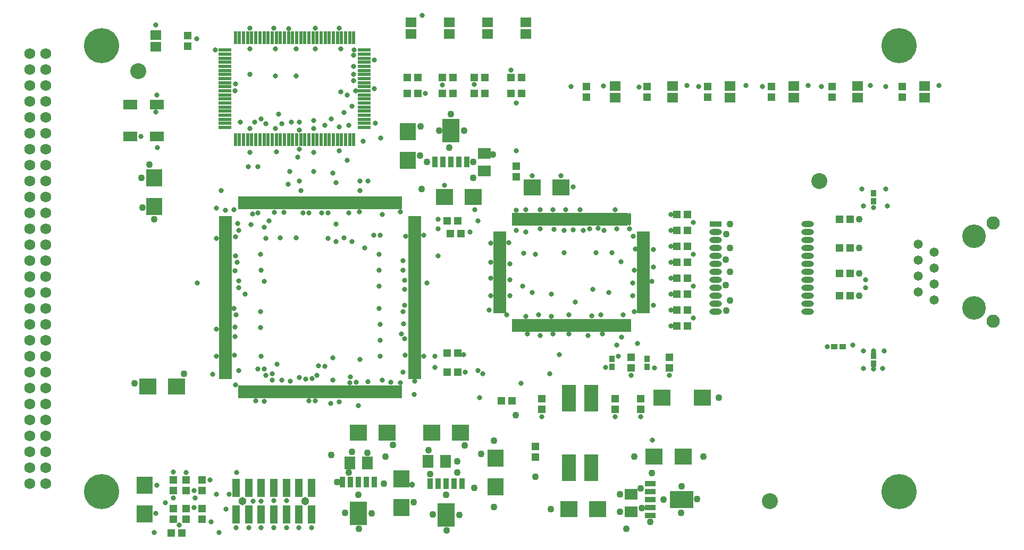
<source format=gts>
%FSLAX24Y24*%
%MOIN*%
G70*
G01*
G75*
G04 Layer_Color=8388736*
G04 Layer_Color=8388736*
%ADD10R,0.0394X0.0433*%
%ADD11R,0.0433X0.0394*%
%ADD12R,0.1024X0.0945*%
%ADD13R,0.0945X0.1024*%
%ADD14C,0.0400*%
%ADD15R,0.0728X0.0118*%
%ADD16R,0.0709X0.0157*%
%ADD17R,0.0827X0.1614*%
%ADD18R,0.0787X0.0551*%
%ADD19O,0.0700X0.0300*%
%ADD20R,0.0700X0.0300*%
%ADD21R,0.0122X0.0709*%
%ADD22R,0.0709X0.0122*%
%ADD23O,0.0122X0.0709*%
%ADD24R,0.0157X0.0709*%
%ADD25R,0.0709X0.0157*%
%ADD26R,0.0118X0.0728*%
%ADD27R,0.0728X0.0118*%
%ADD28R,0.0630X0.0512*%
%ADD29R,0.0630X0.0709*%
%ADD30R,0.0709X0.0630*%
%ADD31R,0.1000X0.1400*%
%ADD32R,0.0300X0.0600*%
%ADD33R,0.1400X0.1000*%
%ADD34R,0.0600X0.0300*%
%ADD35R,0.0276X0.0354*%
%ADD36R,0.0354X0.0276*%
%ADD37R,0.0394X0.1083*%
%ADD38C,0.0200*%
%ADD39C,0.0080*%
%ADD40C,0.0100*%
%ADD41C,0.0160*%
%ADD42C,0.0120*%
%ADD43C,0.1400*%
%ADD44C,0.0750*%
%ADD45C,0.0500*%
%ADD46C,0.1600*%
%ADD47C,0.0600*%
%ADD48C,0.0433*%
%ADD49C,0.0350*%
%ADD50C,0.0250*%
%ADD51C,0.0300*%
%ADD52C,0.0098*%
%ADD53C,0.0079*%
%ADD54C,0.0070*%
%ADD55C,0.0140*%
%ADD56R,0.0200X0.0700*%
%ADD57R,0.0200X0.0200*%
%ADD58R,0.0500X0.0200*%
%ADD59R,0.0200X0.1000*%
%ADD60R,0.0200X0.0500*%
%ADD61R,0.1575X0.0098*%
%ADD62R,0.0474X0.0513*%
%ADD63R,0.0513X0.0474*%
%ADD64R,0.1104X0.1025*%
%ADD65R,0.1025X0.1104*%
%ADD66C,0.1000*%
%ADD67R,0.0808X0.0198*%
%ADD68R,0.0789X0.0237*%
%ADD69R,0.0907X0.1694*%
%ADD70R,0.0867X0.0631*%
%ADD71O,0.0780X0.0380*%
%ADD72R,0.0780X0.0380*%
%ADD73R,0.0202X0.0789*%
%ADD74R,0.0789X0.0202*%
%ADD75O,0.0202X0.0789*%
%ADD76R,0.0237X0.0789*%
%ADD77R,0.0789X0.0237*%
%ADD78R,0.0198X0.0808*%
%ADD79R,0.0808X0.0198*%
%ADD80R,0.0710X0.0592*%
%ADD81R,0.0710X0.0789*%
%ADD82R,0.0789X0.0710*%
%ADD83R,0.1080X0.1480*%
%ADD84R,0.0380X0.0680*%
%ADD85R,0.1480X0.1080*%
%ADD86R,0.0680X0.0380*%
%ADD87R,0.0356X0.0434*%
%ADD88R,0.0434X0.0356*%
%ADD89R,0.0474X0.1163*%
%ADD90C,0.1480*%
%ADD91C,0.0830*%
%ADD92C,0.0580*%
%ADD93C,0.2200*%
%ADD94C,0.0680*%
%ADD95C,0.0513*%
%ADD96C,0.0430*%
%ADD97C,0.0330*%
%ADD98C,0.0380*%
D62*
X50200Y36335D02*
D03*
Y35665D02*
D03*
X28400Y61465D02*
D03*
Y62135D02*
D03*
X53400Y58265D02*
D03*
Y58935D02*
D03*
X57200Y58265D02*
D03*
Y58935D02*
D03*
X61000Y58265D02*
D03*
Y58935D02*
D03*
X65000Y58265D02*
D03*
Y58935D02*
D03*
X68800Y58265D02*
D03*
Y58935D02*
D03*
X73200Y58265D02*
D03*
Y58935D02*
D03*
X27500Y34235D02*
D03*
Y33565D02*
D03*
X56800Y38665D02*
D03*
Y39335D02*
D03*
X50600Y39335D02*
D03*
Y38665D02*
D03*
X55200Y39335D02*
D03*
Y38665D02*
D03*
X56200Y41935D02*
D03*
Y41265D02*
D03*
X58600Y41265D02*
D03*
Y41935D02*
D03*
X29300Y31765D02*
D03*
Y32435D02*
D03*
X27500Y31765D02*
D03*
Y32435D02*
D03*
X28300Y31765D02*
D03*
Y32435D02*
D03*
X49000Y53265D02*
D03*
Y53935D02*
D03*
X28300Y34235D02*
D03*
Y33565D02*
D03*
X29300D02*
D03*
Y34235D02*
D03*
D63*
X48065Y39200D02*
D03*
X48735D02*
D03*
X45335Y50500D02*
D03*
X44665D02*
D03*
X44865Y49700D02*
D03*
X45535D02*
D03*
X45335Y42200D02*
D03*
X44665D02*
D03*
X44665Y41000D02*
D03*
X45335D02*
D03*
X59735Y44900D02*
D03*
X59065D02*
D03*
X59735Y43900D02*
D03*
X59065D02*
D03*
X59735Y45900D02*
D03*
X59065D02*
D03*
X59735Y46900D02*
D03*
X59065D02*
D03*
X59735Y47900D02*
D03*
X59065D02*
D03*
X59735Y48900D02*
D03*
X59065D02*
D03*
X59735Y49900D02*
D03*
X59065D02*
D03*
X59735Y50900D02*
D03*
X59065D02*
D03*
X69935Y45800D02*
D03*
X69265D02*
D03*
X69935Y47200D02*
D03*
X69265D02*
D03*
X69935Y48800D02*
D03*
X69265D02*
D03*
X69935Y50600D02*
D03*
X69265D02*
D03*
X42835Y59500D02*
D03*
X42165D02*
D03*
X49335Y58500D02*
D03*
X48665D02*
D03*
X47035D02*
D03*
X46365D02*
D03*
X45035D02*
D03*
X44365D02*
D03*
X42835D02*
D03*
X42165D02*
D03*
X49335Y59500D02*
D03*
X48665D02*
D03*
X47035D02*
D03*
X46365D02*
D03*
X45035D02*
D03*
X44365D02*
D03*
X27365Y30900D02*
D03*
X28035D02*
D03*
D64*
X45506Y37200D02*
D03*
X43694D02*
D03*
X52294Y32400D02*
D03*
X54106D02*
D03*
X59457Y35709D02*
D03*
X57646D02*
D03*
X40906Y37200D02*
D03*
X39094D02*
D03*
X44494Y52000D02*
D03*
X46306D02*
D03*
X25894Y40100D02*
D03*
X27706D02*
D03*
X58140Y39400D02*
D03*
X60660D02*
D03*
X49994Y52600D02*
D03*
X51806D02*
D03*
D65*
X47700Y35606D02*
D03*
Y33794D02*
D03*
X41800Y32494D02*
D03*
Y34306D02*
D03*
X42200Y56106D02*
D03*
Y54294D02*
D03*
X26300Y51394D02*
D03*
Y53206D02*
D03*
X25700Y32094D02*
D03*
Y33906D02*
D03*
D66*
X64900Y32900D02*
D03*
X25300Y59900D02*
D03*
X68000Y53000D02*
D03*
D67*
X42635Y48357D02*
D03*
Y50720D02*
D03*
X30765Y46192D02*
D03*
X42635Y40680D02*
D03*
Y40877D02*
D03*
Y41074D02*
D03*
Y41271D02*
D03*
Y41468D02*
D03*
Y41665D02*
D03*
Y41861D02*
D03*
Y42058D02*
D03*
Y42255D02*
D03*
Y42452D02*
D03*
Y42649D02*
D03*
Y42846D02*
D03*
Y43043D02*
D03*
Y43239D02*
D03*
Y43436D02*
D03*
Y43633D02*
D03*
Y43830D02*
D03*
Y44027D02*
D03*
Y44224D02*
D03*
Y44420D02*
D03*
Y44617D02*
D03*
Y44814D02*
D03*
Y45011D02*
D03*
Y45208D02*
D03*
Y45602D02*
D03*
Y45798D02*
D03*
Y45995D02*
D03*
Y46192D02*
D03*
Y46389D02*
D03*
Y46783D02*
D03*
Y46980D02*
D03*
Y47176D02*
D03*
Y47373D02*
D03*
Y47570D02*
D03*
Y47767D02*
D03*
Y47964D02*
D03*
Y48161D02*
D03*
Y48554D02*
D03*
Y48751D02*
D03*
Y48948D02*
D03*
Y49145D02*
D03*
Y49342D02*
D03*
Y49539D02*
D03*
Y49735D02*
D03*
Y49932D02*
D03*
Y50129D02*
D03*
Y50326D02*
D03*
X30765Y40877D02*
D03*
Y41074D02*
D03*
Y41861D02*
D03*
Y42058D02*
D03*
Y43239D02*
D03*
Y43633D02*
D03*
Y43830D02*
D03*
Y44617D02*
D03*
Y45011D02*
D03*
Y45995D02*
D03*
Y46389D02*
D03*
Y46586D02*
D03*
Y46783D02*
D03*
Y46980D02*
D03*
Y47176D02*
D03*
Y47373D02*
D03*
Y47570D02*
D03*
Y47767D02*
D03*
Y47964D02*
D03*
Y48161D02*
D03*
Y48357D02*
D03*
Y48554D02*
D03*
Y48751D02*
D03*
Y48948D02*
D03*
Y49145D02*
D03*
Y49342D02*
D03*
Y49539D02*
D03*
Y49735D02*
D03*
Y49932D02*
D03*
Y50720D02*
D03*
X42635Y46586D02*
D03*
Y45405D02*
D03*
X30765D02*
D03*
Y45208D02*
D03*
Y44814D02*
D03*
Y44420D02*
D03*
Y44224D02*
D03*
Y44027D02*
D03*
Y43436D02*
D03*
Y43043D02*
D03*
Y42846D02*
D03*
Y42649D02*
D03*
Y42452D02*
D03*
Y42255D02*
D03*
Y41665D02*
D03*
Y41468D02*
D03*
Y41271D02*
D03*
Y50326D02*
D03*
Y40680D02*
D03*
Y50523D02*
D03*
Y50129D02*
D03*
X42635Y50523D02*
D03*
D68*
X30728Y60975D02*
D03*
D69*
X52291Y35015D02*
D03*
X53709D02*
D03*
X52291Y39385D02*
D03*
X53709D02*
D03*
D70*
X24800Y57800D02*
D03*
Y55800D02*
D03*
X26454D02*
D03*
Y57800D02*
D03*
D71*
X67250Y44800D02*
D03*
Y45300D02*
D03*
Y45800D02*
D03*
Y46300D02*
D03*
Y46800D02*
D03*
Y47300D02*
D03*
Y47800D02*
D03*
Y48300D02*
D03*
Y48800D02*
D03*
Y49300D02*
D03*
Y49800D02*
D03*
Y50300D02*
D03*
X61500Y44800D02*
D03*
Y45300D02*
D03*
Y45800D02*
D03*
Y46300D02*
D03*
Y46800D02*
D03*
Y47300D02*
D03*
Y47800D02*
D03*
Y48300D02*
D03*
Y48800D02*
D03*
Y49300D02*
D03*
Y49800D02*
D03*
D72*
Y50300D02*
D03*
D73*
X56100Y43946D02*
D03*
X55903D02*
D03*
X55706D02*
D03*
X55509D02*
D03*
X55313D02*
D03*
X55116D02*
D03*
X54919D02*
D03*
X54722D02*
D03*
X54525D02*
D03*
X54328D02*
D03*
X54131D02*
D03*
X53935D02*
D03*
X53738D02*
D03*
X53541D02*
D03*
X53344D02*
D03*
X53147D02*
D03*
X52950D02*
D03*
X52754D02*
D03*
X52557D02*
D03*
X52360D02*
D03*
X52163D02*
D03*
X51966D02*
D03*
X51769D02*
D03*
X51572D02*
D03*
X51376D02*
D03*
X51179D02*
D03*
X50982D02*
D03*
X50785D02*
D03*
X50588D02*
D03*
X50391D02*
D03*
X50195D02*
D03*
X49998D02*
D03*
X49801D02*
D03*
X49604D02*
D03*
X49407D02*
D03*
X49210D02*
D03*
X49013D02*
D03*
X48817D02*
D03*
Y50600D02*
D03*
X49013D02*
D03*
X49210D02*
D03*
X49407D02*
D03*
X49604D02*
D03*
X49801D02*
D03*
X49998D02*
D03*
X50195D02*
D03*
X50391D02*
D03*
X50588D02*
D03*
X50785D02*
D03*
X50982D02*
D03*
X51179D02*
D03*
X51376D02*
D03*
X51572D02*
D03*
X51769D02*
D03*
X51966D02*
D03*
X52163D02*
D03*
X52360D02*
D03*
X52557D02*
D03*
X52754D02*
D03*
X52950D02*
D03*
X53147D02*
D03*
X53344D02*
D03*
X53541D02*
D03*
X53738D02*
D03*
X53935D02*
D03*
X54131D02*
D03*
X54328D02*
D03*
X54525D02*
D03*
X54722D02*
D03*
X54919D02*
D03*
X55116D02*
D03*
X55313D02*
D03*
X55509D02*
D03*
X55706D02*
D03*
X55903D02*
D03*
D74*
X47950Y44813D02*
D03*
Y45009D02*
D03*
Y45206D02*
D03*
Y45403D02*
D03*
Y45797D02*
D03*
Y45994D02*
D03*
Y46191D02*
D03*
Y46387D02*
D03*
Y46584D02*
D03*
Y46781D02*
D03*
Y46978D02*
D03*
Y47175D02*
D03*
Y47372D02*
D03*
Y47569D02*
D03*
Y47765D02*
D03*
Y47962D02*
D03*
Y48159D02*
D03*
Y48356D02*
D03*
Y48553D02*
D03*
Y48750D02*
D03*
Y48946D02*
D03*
Y49143D02*
D03*
Y49340D02*
D03*
Y49537D02*
D03*
Y49734D02*
D03*
X56966D02*
D03*
Y49537D02*
D03*
Y49340D02*
D03*
Y49143D02*
D03*
Y48946D02*
D03*
Y48750D02*
D03*
Y48553D02*
D03*
Y48356D02*
D03*
Y48159D02*
D03*
Y47962D02*
D03*
Y47765D02*
D03*
Y47569D02*
D03*
Y47372D02*
D03*
Y47175D02*
D03*
Y46978D02*
D03*
Y46781D02*
D03*
Y46584D02*
D03*
Y46387D02*
D03*
Y46191D02*
D03*
Y45994D02*
D03*
Y45797D02*
D03*
Y45600D02*
D03*
Y45403D02*
D03*
Y45206D02*
D03*
Y45009D02*
D03*
Y44813D02*
D03*
X47950Y45600D02*
D03*
D75*
X56100Y50600D02*
D03*
D76*
X38811Y61991D02*
D03*
X38555D02*
D03*
X38299D02*
D03*
X38043D02*
D03*
X37787D02*
D03*
X37531D02*
D03*
X37275D02*
D03*
X37019D02*
D03*
X36763D02*
D03*
X36507D02*
D03*
X36252D02*
D03*
X35996D02*
D03*
X35740D02*
D03*
X35484D02*
D03*
X35228D02*
D03*
X34972D02*
D03*
X34716D02*
D03*
X34460D02*
D03*
X34204D02*
D03*
X33948D02*
D03*
X33693D02*
D03*
X33437D02*
D03*
X33181D02*
D03*
X32925D02*
D03*
X32669D02*
D03*
X32413D02*
D03*
X32157D02*
D03*
X31901D02*
D03*
X31645D02*
D03*
X31389D02*
D03*
Y55609D02*
D03*
X31645D02*
D03*
X31901D02*
D03*
X32157D02*
D03*
X32413D02*
D03*
X32669D02*
D03*
X32925D02*
D03*
X33181D02*
D03*
X33437D02*
D03*
X33693D02*
D03*
X33948D02*
D03*
X34204D02*
D03*
X34460D02*
D03*
X34716D02*
D03*
X34972D02*
D03*
X35228D02*
D03*
X35484D02*
D03*
X35740D02*
D03*
X35996D02*
D03*
X36252D02*
D03*
X36507D02*
D03*
X36763D02*
D03*
X37019D02*
D03*
X37275D02*
D03*
X37531D02*
D03*
X37787D02*
D03*
X38043D02*
D03*
X38299D02*
D03*
X38555D02*
D03*
X38811D02*
D03*
D77*
X30728Y61231D02*
D03*
Y60719D02*
D03*
Y60463D02*
D03*
Y60207D02*
D03*
Y59952D02*
D03*
Y59696D02*
D03*
Y59440D02*
D03*
Y59184D02*
D03*
Y58928D02*
D03*
Y58672D02*
D03*
Y58416D02*
D03*
Y58160D02*
D03*
Y57904D02*
D03*
Y57648D02*
D03*
Y57393D02*
D03*
Y57137D02*
D03*
Y56881D02*
D03*
Y56625D02*
D03*
Y56369D02*
D03*
X39472D02*
D03*
Y56625D02*
D03*
Y56881D02*
D03*
Y57137D02*
D03*
Y57393D02*
D03*
Y57648D02*
D03*
Y57904D02*
D03*
Y58160D02*
D03*
Y58416D02*
D03*
Y58672D02*
D03*
Y58928D02*
D03*
Y59184D02*
D03*
Y59440D02*
D03*
Y59696D02*
D03*
Y59952D02*
D03*
Y60207D02*
D03*
Y60463D02*
D03*
Y60719D02*
D03*
Y60975D02*
D03*
Y61231D02*
D03*
D78*
X31680Y39765D02*
D03*
X31877D02*
D03*
X32074D02*
D03*
X32271D02*
D03*
X32468D02*
D03*
X32665D02*
D03*
X33058D02*
D03*
X34239D02*
D03*
X34830D02*
D03*
X36011D02*
D03*
X36405D02*
D03*
X36995D02*
D03*
X37192D02*
D03*
X37389D02*
D03*
X37586D02*
D03*
X37783D02*
D03*
X37980D02*
D03*
X38176D02*
D03*
X38373D02*
D03*
X38570D02*
D03*
X38767D02*
D03*
X38964D02*
D03*
X39161D02*
D03*
X39554D02*
D03*
X40342D02*
D03*
X40539D02*
D03*
X40735D02*
D03*
X40932D02*
D03*
X41129D02*
D03*
X41326D02*
D03*
X41523D02*
D03*
X41720D02*
D03*
X31680Y51635D02*
D03*
X31877D02*
D03*
X32074D02*
D03*
X32271D02*
D03*
X32468D02*
D03*
X32665D02*
D03*
X32861D02*
D03*
X33058D02*
D03*
X33255D02*
D03*
X33452D02*
D03*
X33649D02*
D03*
X33846D02*
D03*
X34043D02*
D03*
X34239D02*
D03*
X34436D02*
D03*
X34633D02*
D03*
X34830D02*
D03*
X35027D02*
D03*
X35224D02*
D03*
X35420D02*
D03*
X35617D02*
D03*
X35814D02*
D03*
X36011D02*
D03*
X36208D02*
D03*
X36405D02*
D03*
X36602D02*
D03*
X36798D02*
D03*
X36995D02*
D03*
X37192D02*
D03*
X37389D02*
D03*
X37586D02*
D03*
X37783D02*
D03*
X37980D02*
D03*
X38176D02*
D03*
X38373D02*
D03*
X38570D02*
D03*
X38767D02*
D03*
X38964D02*
D03*
X39161D02*
D03*
X39357D02*
D03*
X39554D02*
D03*
X39751D02*
D03*
X39948D02*
D03*
X40145D02*
D03*
X40342D02*
D03*
X40539D02*
D03*
X40735D02*
D03*
X40932D02*
D03*
X41129D02*
D03*
X41326D02*
D03*
X41523D02*
D03*
X41720D02*
D03*
X39357Y39765D02*
D03*
X39751D02*
D03*
X39948D02*
D03*
X40145D02*
D03*
X35420D02*
D03*
X35617D02*
D03*
X35814D02*
D03*
X36208D02*
D03*
X36602D02*
D03*
X36798D02*
D03*
X32861D02*
D03*
X33255D02*
D03*
X33452D02*
D03*
X33649D02*
D03*
X33846D02*
D03*
X34043D02*
D03*
X34436D02*
D03*
X34633D02*
D03*
X35027D02*
D03*
X35224D02*
D03*
D79*
X30765Y45602D02*
D03*
Y45798D02*
D03*
D80*
X55200Y58226D02*
D03*
Y58974D02*
D03*
X58800Y58226D02*
D03*
Y58974D02*
D03*
X62400Y58226D02*
D03*
Y58974D02*
D03*
X66400Y58226D02*
D03*
Y58974D02*
D03*
X70400Y58226D02*
D03*
Y58974D02*
D03*
X74600Y58226D02*
D03*
Y58974D02*
D03*
X26400Y61426D02*
D03*
Y62174D02*
D03*
X49600Y62226D02*
D03*
Y62974D02*
D03*
X47200Y62226D02*
D03*
Y62974D02*
D03*
X44800Y62226D02*
D03*
Y62974D02*
D03*
X42400Y62226D02*
D03*
Y62974D02*
D03*
D81*
X38549Y35300D02*
D03*
X39651D02*
D03*
X43449Y35400D02*
D03*
X44551D02*
D03*
D82*
X56200Y33351D02*
D03*
Y32249D02*
D03*
X47000Y54751D02*
D03*
Y53649D02*
D03*
D83*
X44600Y32032D02*
D03*
X44900Y56168D02*
D03*
X39100Y32132D02*
D03*
D84*
X45100Y34000D02*
D03*
X43600D02*
D03*
X45600D02*
D03*
X44100D02*
D03*
X44600D02*
D03*
X44400Y54200D02*
D03*
X45900D02*
D03*
X43900D02*
D03*
X45400D02*
D03*
X44900D02*
D03*
X39600Y34100D02*
D03*
X38100D02*
D03*
X40100D02*
D03*
X38600D02*
D03*
X39100D02*
D03*
D85*
X59369Y33000D02*
D03*
D86*
X57400Y33500D02*
D03*
Y32000D02*
D03*
Y34000D02*
D03*
Y32500D02*
D03*
Y33000D02*
D03*
D87*
X55000Y41856D02*
D03*
Y41344D02*
D03*
X57200Y41856D02*
D03*
Y41344D02*
D03*
X71400Y51744D02*
D03*
Y52256D02*
D03*
Y41544D02*
D03*
Y42056D02*
D03*
D88*
X69456Y42600D02*
D03*
X68944D02*
D03*
D89*
X31438Y32063D02*
D03*
Y33737D02*
D03*
X32225Y32063D02*
D03*
X33013D02*
D03*
X33800D02*
D03*
X34587D02*
D03*
X35375D02*
D03*
X36162D02*
D03*
X32225Y33737D02*
D03*
X33013D02*
D03*
X33800D02*
D03*
X34587D02*
D03*
X35375D02*
D03*
X36162D02*
D03*
D90*
X77700Y49550D02*
D03*
Y45050D02*
D03*
D91*
X78900Y44210D02*
D03*
Y50390D02*
D03*
D92*
X75200Y45550D02*
D03*
X74200Y46050D02*
D03*
X75200Y46550D02*
D03*
X74200Y47050D02*
D03*
X75200Y47550D02*
D03*
X74200Y48050D02*
D03*
X75200Y48550D02*
D03*
X74200Y49050D02*
D03*
D93*
X73000Y61500D02*
D03*
Y33500D02*
D03*
X23000Y61500D02*
D03*
Y33500D02*
D03*
D94*
X19500Y34000D02*
D03*
X18500Y35000D02*
D03*
Y36000D02*
D03*
Y37000D02*
D03*
Y38000D02*
D03*
Y39000D02*
D03*
Y40000D02*
D03*
Y41000D02*
D03*
Y42000D02*
D03*
Y43000D02*
D03*
Y44000D02*
D03*
Y45000D02*
D03*
Y46000D02*
D03*
Y47000D02*
D03*
Y48000D02*
D03*
Y49000D02*
D03*
Y50000D02*
D03*
Y51000D02*
D03*
Y52000D02*
D03*
Y53000D02*
D03*
Y54000D02*
D03*
Y55000D02*
D03*
Y56000D02*
D03*
Y57000D02*
D03*
Y58000D02*
D03*
Y59000D02*
D03*
Y60000D02*
D03*
Y34000D02*
D03*
X19500Y35000D02*
D03*
Y36000D02*
D03*
Y37000D02*
D03*
Y38000D02*
D03*
Y39000D02*
D03*
Y40000D02*
D03*
Y41000D02*
D03*
Y42000D02*
D03*
Y43000D02*
D03*
Y44000D02*
D03*
Y45000D02*
D03*
Y46000D02*
D03*
Y47000D02*
D03*
Y48000D02*
D03*
Y49000D02*
D03*
Y50000D02*
D03*
Y51000D02*
D03*
Y52000D02*
D03*
Y53000D02*
D03*
Y54000D02*
D03*
Y55000D02*
D03*
Y56000D02*
D03*
Y57000D02*
D03*
Y58000D02*
D03*
Y59000D02*
D03*
Y60000D02*
D03*
X18500Y61000D02*
D03*
X19500D02*
D03*
D95*
X35768Y32900D02*
D03*
X31832D02*
D03*
D96*
X28150Y40900D02*
D03*
X25050Y40300D02*
D03*
X26300Y50600D02*
D03*
X25550Y51350D02*
D03*
X25500Y53200D02*
D03*
X26000Y54050D02*
D03*
X70500Y48800D02*
D03*
Y47200D02*
D03*
Y45800D02*
D03*
Y50600D02*
D03*
X62400Y45500D02*
D03*
Y47300D02*
D03*
Y48800D02*
D03*
Y50300D02*
D03*
X62165Y49665D02*
D03*
X62135Y48065D02*
D03*
Y46465D02*
D03*
X62165Y44865D02*
D03*
X43400Y54200D02*
D03*
X43050Y52500D02*
D03*
X46300Y53200D02*
D03*
Y54200D02*
D03*
X47535Y54665D02*
D03*
X45732Y56168D02*
D03*
X44169D02*
D03*
X44800Y55100D02*
D03*
X44900Y57200D02*
D03*
X39100Y33300D02*
D03*
X40700Y34000D02*
D03*
X40800Y35700D02*
D03*
X39651Y35951D02*
D03*
X38500Y34700D02*
D03*
X37765Y34100D02*
D03*
X37400Y35800D02*
D03*
X38700Y36000D02*
D03*
X43600Y34600D02*
D03*
X44600Y33300D02*
D03*
X45300Y34700D02*
D03*
Y35400D02*
D03*
X43500Y36100D02*
D03*
X55511Y33351D02*
D03*
X56800Y33700D02*
D03*
X57500Y34660D02*
D03*
X56400Y35700D02*
D03*
X58240Y33000D02*
D03*
X56880Y32480D02*
D03*
X55489Y32249D02*
D03*
X55900Y31160D02*
D03*
X57400Y31600D02*
D03*
X39931Y32132D02*
D03*
X39132Y31168D02*
D03*
X38268Y32169D02*
D03*
X43769Y32069D02*
D03*
X44632Y31068D02*
D03*
X45431Y32032D02*
D03*
X59331Y32169D02*
D03*
X60332Y33031D02*
D03*
X59369Y33832D02*
D03*
X41260Y36440D02*
D03*
X42550Y32850D02*
D03*
X45773Y36423D02*
D03*
X47600Y36700D02*
D03*
X46810Y35860D02*
D03*
X47600Y32550D02*
D03*
X46350Y33750D02*
D03*
X51150Y32400D02*
D03*
X60741Y35709D02*
D03*
X61700Y39400D02*
D03*
X42950Y54600D02*
D03*
X43000Y56450D02*
D03*
X50200Y34450D02*
D03*
X48951Y38299D02*
D03*
D97*
X44494Y52744D02*
D03*
X54800Y46000D02*
D03*
X33500Y50500D02*
D03*
X44100Y48300D02*
D03*
X29000Y46600D02*
D03*
X33300Y49400D02*
D03*
X38800Y60900D02*
D03*
Y60200D02*
D03*
X30500Y52400D02*
D03*
X31400Y49500D02*
D03*
X33200Y50100D02*
D03*
X40175Y56625D02*
D03*
X40500Y55700D02*
D03*
X30200Y51300D02*
D03*
X38831Y61231D02*
D03*
X46600Y50500D02*
D03*
Y41100D02*
D03*
X42600Y39600D02*
D03*
X39100Y38900D02*
D03*
X49000Y54900D02*
D03*
X52700Y45400D02*
D03*
X49300Y40300D02*
D03*
X51700Y42100D02*
D03*
X51100Y40900D02*
D03*
X40600Y40500D02*
D03*
X70900Y46300D02*
D03*
X60100Y50400D02*
D03*
Y48400D02*
D03*
Y46400D02*
D03*
Y44400D02*
D03*
X58700Y50900D02*
D03*
Y49900D02*
D03*
Y48900D02*
D03*
Y47900D02*
D03*
Y46900D02*
D03*
Y45900D02*
D03*
Y44900D02*
D03*
Y43900D02*
D03*
X49013Y51187D02*
D03*
X49000Y49900D02*
D03*
X49600Y49800D02*
D03*
X49604Y51196D02*
D03*
X48543Y49143D02*
D03*
X49465Y48465D02*
D03*
X48600Y47800D02*
D03*
X47400Y49100D02*
D03*
Y47900D02*
D03*
X48600Y46800D02*
D03*
X47400Y46900D02*
D03*
X49400Y46400D02*
D03*
X48600Y45800D02*
D03*
X47403Y45797D02*
D03*
X47300Y44900D02*
D03*
X48400Y44600D02*
D03*
X49700Y43400D02*
D03*
X49604Y44496D02*
D03*
X50400Y44600D02*
D03*
X50000Y46000D02*
D03*
X51200Y44500D02*
D03*
X51300Y43400D02*
D03*
X51200Y45900D02*
D03*
X52300Y44600D02*
D03*
Y43400D02*
D03*
X53500Y43300D02*
D03*
X53738Y44538D02*
D03*
X53800Y46200D02*
D03*
X54300Y44600D02*
D03*
X54400Y43400D02*
D03*
X55706Y44594D02*
D03*
X56387Y44813D02*
D03*
X56300Y45800D02*
D03*
X57600Y45200D02*
D03*
X56300Y46600D02*
D03*
X57500Y46700D02*
D03*
X57600Y47600D02*
D03*
X56400Y47400D02*
D03*
X55565Y47935D02*
D03*
X56450Y48750D02*
D03*
X57600Y48700D02*
D03*
X56335Y49535D02*
D03*
X56100Y50000D02*
D03*
X55300D02*
D03*
X55000Y48500D02*
D03*
X54000D02*
D03*
X55200Y51200D02*
D03*
X54500Y49900D02*
D03*
X54131Y50031D02*
D03*
X53200Y49900D02*
D03*
X53000Y51200D02*
D03*
X52000Y49900D02*
D03*
X52100Y51200D02*
D03*
X52557Y49943D02*
D03*
X51376Y49976D02*
D03*
X51300Y51200D02*
D03*
X50500D02*
D03*
Y50000D02*
D03*
X52000Y48500D02*
D03*
X50200Y48400D02*
D03*
X34436Y51036D02*
D03*
X35617Y51017D02*
D03*
X37200Y51000D02*
D03*
X38500D02*
D03*
X40600Y50900D02*
D03*
X42061Y49539D02*
D03*
X41900Y48000D02*
D03*
Y47400D02*
D03*
X41983Y46783D02*
D03*
X41900Y44800D02*
D03*
X41927Y44027D02*
D03*
X41800Y43400D02*
D03*
X42042Y42058D02*
D03*
X41900Y41000D02*
D03*
X42635Y40435D02*
D03*
X41129Y40371D02*
D03*
X38964Y40364D02*
D03*
X31342Y42058D02*
D03*
X31370Y43830D02*
D03*
X31417Y44617D02*
D03*
X31373Y47373D02*
D03*
X32465Y50935D02*
D03*
X32365Y50265D02*
D03*
X34200Y49450D02*
D03*
X35200D02*
D03*
X37200Y49400D02*
D03*
X38200Y49450D02*
D03*
X40050Y49600D02*
D03*
X40450D02*
D03*
X40400Y48400D02*
D03*
Y47400D02*
D03*
Y46400D02*
D03*
Y45000D02*
D03*
X40450Y44000D02*
D03*
Y43000D02*
D03*
Y42000D02*
D03*
X39200Y41800D02*
D03*
X33000Y42000D02*
D03*
X32950Y43800D02*
D03*
Y44800D02*
D03*
X33200Y46700D02*
D03*
X33000Y47400D02*
D03*
X32950Y48400D02*
D03*
X41720Y51080D02*
D03*
X39161Y51061D02*
D03*
X36800Y51000D02*
D03*
X36011Y51011D02*
D03*
X33846Y51054D02*
D03*
X32800Y51000D02*
D03*
X30200Y49400D02*
D03*
X31500Y47900D02*
D03*
X31400Y48300D02*
D03*
X31311Y45011D02*
D03*
X30200Y43700D02*
D03*
Y42000D02*
D03*
X31361Y43239D02*
D03*
X31400Y40200D02*
D03*
X36405Y39205D02*
D03*
X43200Y42000D02*
D03*
X42000Y43100D02*
D03*
Y45200D02*
D03*
Y46200D02*
D03*
X43200Y49600D02*
D03*
X32300Y61300D02*
D03*
Y62600D02*
D03*
Y59700D02*
D03*
X33900Y61300D02*
D03*
X33800Y62600D02*
D03*
X35200Y61300D02*
D03*
X34716Y62584D02*
D03*
X36400Y62600D02*
D03*
Y61300D02*
D03*
X38000D02*
D03*
X37900Y62600D02*
D03*
X40100Y60600D02*
D03*
X38800Y59700D02*
D03*
Y59300D02*
D03*
X40100Y58800D02*
D03*
X38928Y58672D02*
D03*
X38700Y57700D02*
D03*
X37900Y54900D02*
D03*
Y56400D02*
D03*
X36300Y54800D02*
D03*
Y56300D02*
D03*
X35400Y56200D02*
D03*
Y55000D02*
D03*
X33948Y54848D02*
D03*
X33900Y56300D02*
D03*
X32300D02*
D03*
Y54800D02*
D03*
X31365Y58665D02*
D03*
X31400Y59100D02*
D03*
X30131Y61231D02*
D03*
X33900Y59600D02*
D03*
X35200D02*
D03*
X32200Y53900D02*
D03*
X31700Y56700D02*
D03*
X32800Y53900D02*
D03*
X34700Y52800D02*
D03*
X34800Y53600D02*
D03*
X33300Y56600D02*
D03*
X35400Y53000D02*
D03*
X35500Y52400D02*
D03*
X35300Y54500D02*
D03*
X34900Y56700D02*
D03*
X36300Y53600D02*
D03*
X37500Y53500D02*
D03*
X37700Y52900D02*
D03*
X37000Y56500D02*
D03*
X38400Y54300D02*
D03*
X39200Y52400D02*
D03*
X38500Y56500D02*
D03*
X38200Y57300D02*
D03*
X39200Y53000D02*
D03*
X39700D02*
D03*
X38000Y58600D02*
D03*
X39400Y55500D02*
D03*
X38400Y58400D02*
D03*
X32600Y56700D02*
D03*
X33000Y56900D02*
D03*
X34300Y56600D02*
D03*
X34100Y57200D02*
D03*
X35400Y56700D02*
D03*
X36300Y56800D02*
D03*
X37400Y56900D02*
D03*
X50500Y43300D02*
D03*
X36011Y39211D02*
D03*
X37500Y40500D02*
D03*
X39700Y40400D02*
D03*
X45700Y42100D02*
D03*
X43900Y42000D02*
D03*
Y41300D02*
D03*
X45800Y41000D02*
D03*
X46100Y49800D02*
D03*
X44100Y50000D02*
D03*
Y50600D02*
D03*
X46400Y51200D02*
D03*
X55200Y38200D02*
D03*
X50600D02*
D03*
X55400Y42000D02*
D03*
X55300Y42700D02*
D03*
X55600Y43200D02*
D03*
X56595Y42805D02*
D03*
X54600Y41300D02*
D03*
X57665Y41265D02*
D03*
X56200Y40800D02*
D03*
X56800Y38200D02*
D03*
X58600Y40800D02*
D03*
X57540Y36740D02*
D03*
X46365Y59065D02*
D03*
X44365Y59035D02*
D03*
X43300Y58500D02*
D03*
X53600Y50000D02*
D03*
X48665Y59965D02*
D03*
X70749Y51449D02*
D03*
X71400Y51350D02*
D03*
X72251Y51449D02*
D03*
X72149Y52501D02*
D03*
X70649D02*
D03*
X72051Y42351D02*
D03*
X70749D02*
D03*
X71400D02*
D03*
X71949Y41249D02*
D03*
X70749D02*
D03*
X71400Y41200D02*
D03*
X49000Y57900D02*
D03*
X70900Y46800D02*
D03*
X70100Y42700D02*
D03*
X68500Y42600D02*
D03*
X68135Y58935D02*
D03*
X46700Y39400D02*
D03*
X72165Y58935D02*
D03*
X46900Y40900D02*
D03*
X43400Y46600D02*
D03*
X43100Y63400D02*
D03*
X54474Y58974D02*
D03*
X59700Y59000D02*
D03*
X63400D02*
D03*
X67300D02*
D03*
X71200D02*
D03*
X75500D02*
D03*
X36995Y41383D02*
D03*
X36600Y41400D02*
D03*
X36500Y40800D02*
D03*
X36208Y40592D02*
D03*
X35814Y40586D02*
D03*
X35400Y40657D02*
D03*
X34000Y41500D02*
D03*
X34300Y40500D02*
D03*
X34830Y40430D02*
D03*
X37500Y41900D02*
D03*
X32650Y39200D02*
D03*
X33700Y40500D02*
D03*
X33300Y40800D02*
D03*
X29977Y40877D02*
D03*
X33700Y40900D02*
D03*
X31600Y49900D02*
D03*
X31526Y50326D02*
D03*
X31300Y51200D02*
D03*
X30765Y51165D02*
D03*
X31600Y41100D02*
D03*
X32800Y41200D02*
D03*
X33200D02*
D03*
X39500Y48800D02*
D03*
X64435Y58935D02*
D03*
X60435D02*
D03*
X38700Y49200D02*
D03*
X37700D02*
D03*
X56700Y58900D02*
D03*
X52435Y58935D02*
D03*
X37700Y50300D02*
D03*
X26500Y55100D02*
D03*
X32000Y45900D02*
D03*
X31600Y46300D02*
D03*
X38600Y40700D02*
D03*
X26400Y62800D02*
D03*
X26454Y58404D02*
D03*
X25450Y55800D02*
D03*
X41720Y40330D02*
D03*
X28950Y61950D02*
D03*
X33200Y39180D02*
D03*
X31600Y46750D02*
D03*
X37350Y39050D02*
D03*
X37900Y39150D02*
D03*
X38550Y40350D02*
D03*
X52550Y52650D02*
D03*
X50000Y53350D02*
D03*
X51800D02*
D03*
X26402Y57352D02*
D03*
X29850Y31600D02*
D03*
X34600Y32950D02*
D03*
X33800D02*
D03*
X33000Y32900D02*
D03*
X29800Y34250D02*
D03*
X32500Y32900D02*
D03*
X36162Y31238D02*
D03*
X35375D02*
D03*
X34587D02*
D03*
X33800D02*
D03*
X33013D02*
D03*
X32225D02*
D03*
X31438D02*
D03*
X28785Y33565D02*
D03*
X28300Y34700D02*
D03*
X28800Y32500D02*
D03*
X27000Y32800D02*
D03*
X26456Y33906D02*
D03*
X26400Y32150D02*
D03*
X27500Y33100D02*
D03*
Y34750D02*
D03*
X30200Y33335D02*
D03*
X30800Y32400D02*
D03*
X31000Y33350D02*
D03*
X28850Y33100D02*
D03*
X27850Y31400D02*
D03*
X26300Y30950D02*
D03*
X30350D02*
D03*
X31450Y34700D02*
D03*
D98*
X42450Y33950D02*
D03*
M02*

</source>
